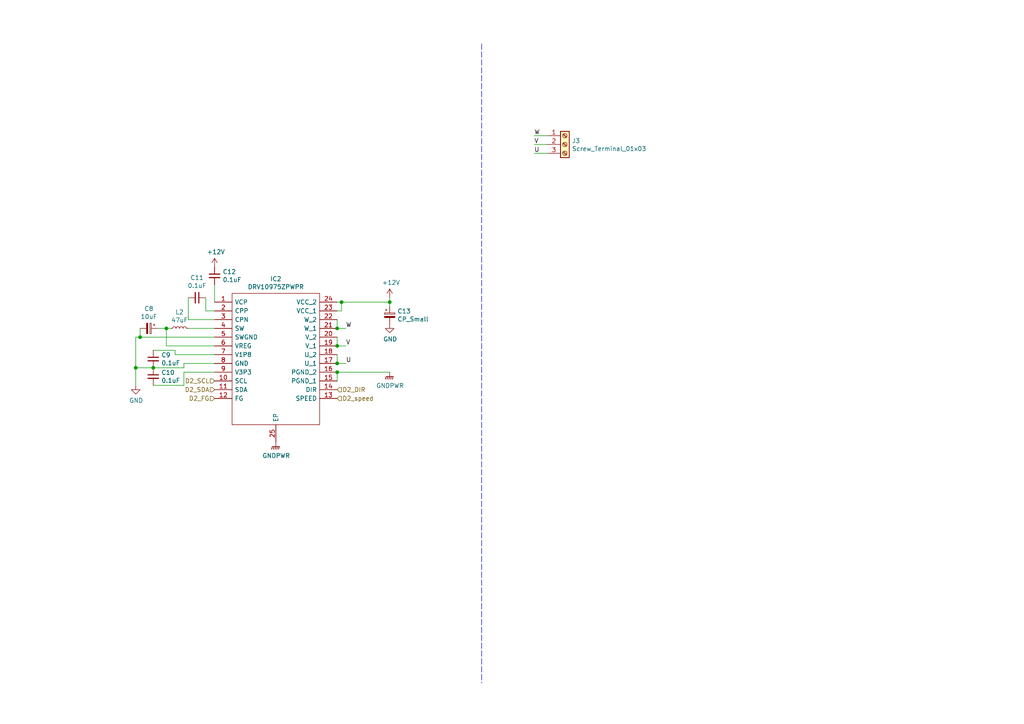
<source format=kicad_sch>
(kicad_sch (version 20211123) (generator eeschema)
  (paper "A4")
  (lib_symbols
    (symbol "Connector:Screw_Terminal_01x03" (pin_names (offset 1.016) hide)
      (property "Reference" "J" (at 0 5.08 0))
      (property "Value" "Screw_Terminal_01x03" (at 0 -5.08 0))
      (symbol "Screw_Terminal_01x03_1_1"
        (rectangle (start -1.27 3.81) (end 1.27 -3.81) (stroke (width 0.254)) (fill (type background)))
        (circle (center 0 -2.54) (radius 0.635) (stroke (width 0.1524)))
        (polyline (pts (xy -0.5334 -2.2098) (xy 0.3302 -3.048)) (stroke (width 0.1524)))
        (polyline (pts (xy -0.5334 0.3302) (xy 0.3302 -0.508)) (stroke (width 0.1524)))
        (polyline (pts (xy -0.5334 2.8702) (xy 0.3302 2.032)) (stroke (width 0.1524)))
        (polyline (pts (xy -0.3556 -2.032) (xy 0.508 -2.8702)) (stroke (width 0.1524)))
        (polyline (pts (xy -0.3556 0.508) (xy 0.508 -0.3302)) (stroke (width 0.1524)))
        (polyline (pts (xy -0.3556 3.048) (xy 0.508 2.2098)) (stroke (width 0.1524)))
        (circle (center 0 0) (radius 0.635) (stroke (width 0.1524)))
        (circle (center 0 2.54) (radius 0.635) (stroke (width 0.1524)))
        (pin passive line (at -5.08 2.54 0) (length 3.81) (name "Pin_1") (number "1"))
        (pin passive line (at -5.08 0 0) (length 3.81) (name "Pin_2") (number "2"))
        (pin passive line (at -5.08 -2.54 0) (length 3.81) (name "Pin_3") (number "3"))
      )
    )
    (symbol "Device:CP_Small" (pin_numbers hide) (pin_names (offset 0.254) hide)
      (property "Reference" "C" (at 0.254 1.778 0))
      (property "Value" "Device_CP_Small" (at 0.254 -2.032 0))
      (symbol "CP_Small_0_1"
        (rectangle (start -1.524 -0.3048) (end 1.524 -0.6858) (fill (type outline)))
        (rectangle (start -1.524 0.6858) (end 1.524 0.3048))
        (polyline (pts (xy -1.27 1.524) (xy -0.762 1.524)))
        (polyline (pts (xy -1.016 1.27) (xy -1.016 1.778)))
      )
      (symbol "CP_Small_1_1"
        (pin passive line (at 0 2.54 270) (length 1.8542) (name "~") (number "1"))
        (pin passive line (at 0 -2.54 90) (length 1.8542) (name "~") (number "2"))
      )
    )
    (symbol "Device:C_Small" (pin_numbers hide) (pin_names (offset 0.254) hide)
      (property "Reference" "C" (at 0.254 1.778 0))
      (property "Value" "C_Small" (at 0.254 -2.032 0))
      (symbol "C_Small_0_1"
        (polyline (pts (xy -1.524 -0.508) (xy 1.524 -0.508)) (stroke (width 0.3302)))
        (polyline (pts (xy -1.524 0.508) (xy 1.524 0.508)) (stroke (width 0.3048)))
      )
      (symbol "C_Small_1_1"
        (pin passive line (at 0 2.54 270) (length 2.032) (name "~") (number "1"))
        (pin passive line (at 0 -2.54 90) (length 2.032) (name "~") (number "2"))
      )
    )
    (symbol "Device:L_Small" (pin_numbers hide) (pin_names (offset 0.254) hide)
      (property "Reference" "L" (at 0.762 1.016 0))
      (property "Value" "L_Small" (at 0.762 -1.016 0))
      (symbol "L_Small_0_1"
        (arc (start 0 -2.032) (mid 0.508 -1.524) (end 0 -1.016))
        (arc (start 0 -1.016) (mid 0.508 -0.508) (end 0 0))
        (arc (start 0 0) (mid 0.508 0.508) (end 0 1.016))
        (arc (start 0 1.016) (mid 0.508 1.524) (end 0 2.032))
      )
      (symbol "L_Small_1_1"
        (pin passive line (at 0 2.54 270) (length 0.508) (name "~") (number "1"))
        (pin passive line (at 0 -2.54 90) (length 0.508) (name "~") (number "2"))
      )
    )
    (symbol "SamacSys_Parts:DRV10975ZPWPR" (pin_names (offset 0.762))
      (property "Reference" "IC" (at 31.75 7.62 0))
      (property "Value" "SamacSys_Parts_DRV10975ZPWPR" (at 31.75 5.08 0))
      (symbol "DRV10975ZPWPR_0_0"
        (pin passive line (at 0 0 0) (length 5.08) (name "VCP") (number "1"))
        (pin passive line (at 0 -22.86 0) (length 5.08) (name "SCL") (number "10"))
        (pin passive line (at 0 -25.4 0) (length 5.08) (name "SDA") (number "11"))
        (pin passive line (at 0 -27.94 0) (length 5.08) (name "FG") (number "12"))
        (pin passive line (at 35.56 -27.94 180) (length 5.08) (name "SPEED") (number "13"))
        (pin passive line (at 35.56 -25.4 180) (length 5.08) (name "DIR") (number "14"))
        (pin passive line (at 35.56 -22.86 180) (length 5.08) (name "PGND_1") (number "15"))
        (pin passive line (at 35.56 -20.32 180) (length 5.08) (name "PGND_2") (number "16"))
        (pin passive line (at 35.56 -17.78 180) (length 5.08) (name "U_1") (number "17"))
        (pin passive line (at 35.56 -15.24 180) (length 5.08) (name "U_2") (number "18"))
        (pin passive line (at 35.56 -12.7 180) (length 5.08) (name "V_1") (number "19"))
        (pin passive line (at 0 -2.54 0) (length 5.08) (name "CPP") (number "2"))
        (pin passive line (at 35.56 -10.16 180) (length 5.08) (name "V_2") (number "20"))
        (pin passive line (at 35.56 -7.62 180) (length 5.08) (name "W_1") (number "21"))
        (pin passive line (at 35.56 -5.08 180) (length 5.08) (name "W_2") (number "22"))
        (pin passive line (at 35.56 -2.54 180) (length 5.08) (name "VCC_1") (number "23"))
        (pin passive line (at 35.56 0 180) (length 5.08) (name "VCC_2") (number "24"))
        (pin passive line (at 17.78 -40.64 90) (length 5.08) (name "EP") (number "25"))
        (pin passive line (at 0 -5.08 0) (length 5.08) (name "CPN") (number "3"))
        (pin passive line (at 0 -7.62 0) (length 5.08) (name "SW") (number "4"))
        (pin passive line (at 0 -10.16 0) (length 5.08) (name "SWGND") (number "5"))
        (pin passive line (at 0 -12.7 0) (length 5.08) (name "VREG") (number "6"))
        (pin passive line (at 0 -15.24 0) (length 5.08) (name "V1P8") (number "7"))
        (pin passive line (at 0 -17.78 0) (length 5.08) (name "GND") (number "8"))
        (pin passive line (at 0 -20.32 0) (length 5.08) (name "V3P3") (number "9"))
      )
      (symbol "DRV10975ZPWPR_0_1"
        (polyline (pts (xy 5.08 2.54) (xy 30.48 2.54) (xy 30.48 -35.56) (xy 5.08 -35.56) (xy 5.08 2.54)) (stroke (width 0.1524)))
      )
    )
    (symbol "power:+12V" (power) (pin_names (offset 0))
      (property "Value" "+12V" (at 0 3.556 0))
      (symbol "+12V_0_1"
        (polyline (pts (xy -0.762 1.27) (xy 0 2.54)))
        (polyline (pts (xy 0 0) (xy 0 2.54)))
        (polyline (pts (xy 0 2.54) (xy 0.762 1.27)))
      )
      (symbol "+12V_1_1"
        (pin power_in line (at 0 0 90) (length 0) hide (name "+12V") (number "1"))
      )
    )
    (symbol "power:GND" (power) (pin_names (offset 0))
      (property "Value" "GND" (at 0 -3.81 0))
      (symbol "GND_0_1"
        (polyline (pts (xy 0 0) (xy 0 -1.27) (xy 1.27 -1.27) (xy 0 -2.54) (xy -1.27 -1.27) (xy 0 -1.27)))
      )
      (symbol "GND_1_1"
        (pin power_in line (at 0 0 270) (length 0) hide (name "GND") (number "1"))
      )
    )
    (symbol "power:GNDPWR" (power) (pin_names (offset 0))
      (property "Value" "GNDPWR" (at 0 -3.302 0))
      (symbol "GNDPWR_0_1"
        (polyline (pts (xy 0 -1.27) (xy 0 0)))
        (polyline (pts (xy -1.016 -1.27) (xy -1.27 -2.032) (xy -1.27 -2.032)) (stroke (width 0.2032)))
        (polyline (pts (xy -0.508 -1.27) (xy -0.762 -2.032) (xy -0.762 -2.032)) (stroke (width 0.2032)))
        (polyline (pts (xy 0 -1.27) (xy -0.254 -2.032) (xy -0.254 -2.032)) (stroke (width 0.2032)))
        (polyline (pts (xy 0.508 -1.27) (xy 0.254 -2.032) (xy 0.254 -2.032)) (stroke (width 0.2032)))
        (polyline (pts (xy 1.016 -1.27) (xy -1.016 -1.27) (xy -1.016 -1.27)) (stroke (width 0.2032)))
        (polyline (pts (xy 1.016 -1.27) (xy 0.762 -2.032) (xy 0.762 -2.032) (xy 0.762 -2.032)) (stroke (width 0.2032)))
      )
      (symbol "GNDPWR_1_1"
        (pin power_in line (at 0 0 270) (length 0) hide (name "GNDPWR") (number "1"))
      )
    )
  )
  (junction (at 97.79 107.95))
  (junction (at 97.79 105.41))
  (junction (at 40.64 97.79))
  (junction (at 113.03 87.63))
  (junction (at 39.37 106.68))
  (junction (at 99.06 87.63))
  (junction (at 97.79 95.25))
  (junction (at 97.79 100.33))
  (junction (at 44.45 106.68))
  (junction (at 48.26 95.25))
  (wire (pts (xy 53.34 111.76) (xy 44.45 111.76)))
  (wire (pts (xy 44.45 106.68) (xy 53.34 106.68)))
  (wire (pts (xy 54.61 92.71) (xy 62.23 92.71)))
  (wire (pts (xy 48.26 95.25) (xy 48.26 100.33)))
  (wire (pts (xy 53.34 106.68) (xy 53.34 105.41)))
  (wire (pts (xy 97.79 87.63) (xy 99.06 87.63)))
  (wire (pts (xy 59.69 86.36) (xy 59.69 90.17)))
  (wire (pts (xy 100.33 105.41) (xy 97.79 105.41)))
  (wire (pts (xy 97.79 97.79) (xy 97.79 100.33)))
  (wire (pts (xy 154.94 41.91) (xy 158.75 41.91)))
  (wire (pts (xy 54.61 86.36) (xy 54.61 92.71)))
  (wire (pts (xy 50.8 101.6) (xy 44.45 101.6)))
  (wire (pts (xy 97.79 92.71) (xy 97.79 95.25)))
  (wire (pts (xy 53.34 107.95) (xy 62.23 107.95)))
  (wire (pts (xy 39.37 106.68) (xy 39.37 111.76)))
  (wire (pts (xy 39.37 97.79) (xy 39.37 106.68)))
  (wire (pts (xy 113.03 87.63) (xy 113.03 88.9)))
  (wire (pts (xy 44.45 106.68) (xy 39.37 106.68)))
  (wire (pts (xy 54.61 95.25) (xy 62.23 95.25)))
  (wire (pts (xy 53.34 105.41) (xy 62.23 105.41)))
  (wire (pts (xy 113.03 86.36) (xy 113.03 87.63)))
  (wire (pts (xy 62.23 82.55) (xy 62.23 87.63)))
  (polyline (pts (xy 139.7 12.7) (xy 139.7 198.12)))
  (wire (pts (xy 45.72 95.25) (xy 48.26 95.25)))
  (wire (pts (xy 53.34 107.95) (xy 53.34 111.76)))
  (wire (pts (xy 154.94 44.45) (xy 158.75 44.45)))
  (wire (pts (xy 99.06 90.17) (xy 97.79 90.17)))
  (wire (pts (xy 48.26 100.33) (xy 62.23 100.33)))
  (wire (pts (xy 62.23 102.87) (xy 50.8 102.87)))
  (wire (pts (xy 97.79 102.87) (xy 97.79 105.41)))
  (wire (pts (xy 97.79 107.95) (xy 113.03 107.95)))
  (wire (pts (xy 99.06 87.63) (xy 99.06 90.17)))
  (wire (pts (xy 59.69 90.17) (xy 62.23 90.17)))
  (wire (pts (xy 40.64 97.79) (xy 39.37 97.79)))
  (wire (pts (xy 62.23 97.79) (xy 40.64 97.79)))
  (wire (pts (xy 50.8 102.87) (xy 50.8 101.6)))
  (wire (pts (xy 100.33 95.25) (xy 97.79 95.25)))
  (wire (pts (xy 99.06 87.63) (xy 113.03 87.63)))
  (wire (pts (xy 40.64 97.79) (xy 40.64 95.25)))
  (wire (pts (xy 97.79 110.49) (xy 97.79 107.95)))
  (wire (pts (xy 100.33 100.33) (xy 97.79 100.33)))
  (wire (pts (xy 154.94 39.37) (xy 158.75 39.37)))
  (wire (pts (xy 48.26 95.25) (xy 49.53 95.25)))
  (label "W" (at 154.94 39.37 0))
  (label "U" (at 154.94 44.45 0))
  (label "W" (at 100.33 95.25 0))
  (label "V" (at 100.33 100.33 0))
  (label "V" (at 154.94 41.91 0))
  (label "U" (at 100.33 105.41 0))
  (hierarchical_label "D2_speed" (shape input) (at 97.79 115.57 0))
  (hierarchical_label "D2_SCL" (shape input) (at 62.23 110.49 180))
  (hierarchical_label "D2_DIR" (shape input) (at 97.79 113.03 0))
  (hierarchical_label "D2_SDA" (shape input) (at 62.23 113.03 180))
  (hierarchical_label "D2_FG" (shape input) (at 62.23 115.57 180))
  (symbol (lib_id "SamacSys_Parts:DRV10975ZPWPR") (at 62.23 87.63 0) (unit 1)
    (property "Reference" "IC2" (at 80.01 80.899 0))
    (property "Value" "DRV10975ZPWPR" (at 80.01 83.2104 0))
    (property "Footprint" "SamacSys_Parts:SOP65P640X120-25N" (effects hide))
    (property "Datasheet" "http://www.ti.com/lit/gpn/drv10975" (effects hide))
    (property "Description" "12-V, 3-Phase, Sensorless BLDC Motor Controller" (effects hide))
    (property "Height" "1.2" (effects hide))
    (property "Manufacturer_Name" "Texas Instruments" (effects hide))
    (property "Manufacturer_Part_Number" "DRV10975ZPWPR" (effects hide))
    (property "Mouser Part Number" "595-DRV10975ZPWPR" (effects hide))
    (property "Mouser Price/Stock" "https://www.mouser.co.uk/ProductDetail/Texas-Instruments/DRV10975ZPWPR?qs=OfeFRKQgECjndtjc01v%2Fzg%3D%3D" (effects hide))
    (property "Arrow Part Number" "DRV10975ZPWPR" (effects hide))
    (property "Arrow Price/Stock" "https://www.arrow.com/en/products/drv10975zpwpr/texas-instruments?region=nac" (effects hide))
  )
  (symbol (lib_id "Device:CP_Small") (at 113.03 91.44 0) (unit 1)
    (property "Reference" "C13" (at 115.2652 90.2716 0) (effects (justify left)))
    (property "Value" "CP_Small" (at 115.2652 92.583 0) (effects (justify left)))
  )
  (symbol (lib_id "power:+12V") (at 113.03 86.36 0) (unit 1)
    (property "Reference" "#PWR017" (effects hide))
    (property "Value" "+12V" (at 113.411 81.9658 0))
  )
  (symbol (lib_id "Device:L_Small") (at 52.07 95.25 90) (unit 1)
    (property "Reference" "L2" (at 52.07 90.551 90))
    (property "Value" "47uF" (at 52.07 92.8624 90))
  )
  (symbol (lib_id "power:GNDPWR") (at 80.01 128.27 0) (unit 1)
    (property "Reference" "#PWR016" (effects hide))
    (property "Value" "GNDPWR" (at 80.1116 132.1816 0))
  )
  (symbol (lib_id "Device:CP_Small") (at 43.18 95.25 270) (unit 1)
    (property "Reference" "C8" (at 43.18 89.535 90))
    (property "Value" "10uF" (at 43.18 91.8464 90))
  )
  (symbol (lib_id "Device:C_Small") (at 57.15 86.36 270) (unit 1)
    (property "Reference" "C11" (at 57.15 80.5434 90))
    (property "Value" "0.1uF" (at 57.15 82.8548 90))
  )
  (symbol (lib_id "Device:C_Small") (at 62.23 80.01 0) (unit 1)
    (property "Reference" "C12" (at 64.5668 78.8416 0) (effects (justify left)))
    (property "Value" "0.1uF" (at 64.5668 81.153 0) (effects (justify left)))
  )
  (symbol (lib_id "power:+12V") (at 62.23 77.47 0) (unit 1)
    (property "Reference" "#PWR015" (effects hide))
    (property "Value" "+12V" (at 62.611 73.0758 0))
  )
  (symbol (lib_id "power:GNDPWR") (at 113.03 107.95 0) (unit 1)
    (property "Reference" "#PWR019" (effects hide))
    (property "Value" "GNDPWR" (at 113.1316 111.8616 0))
  )
  (symbol (lib_id "power:GND") (at 113.03 93.98 0) (unit 1)
    (property "Reference" "#PWR018" (effects hide))
    (property "Value" "GND" (at 113.157 98.3742 0))
  )
  (symbol (lib_id "power:GND") (at 39.37 111.76 0) (unit 1)
    (property "Reference" "#PWR014" (effects hide))
    (property "Value" "GND" (at 39.497 116.1542 0))
  )
  (symbol (lib_id "Device:C_Small") (at 44.45 104.14 0) (unit 1)
    (property "Reference" "C9" (at 46.7868 102.9716 0) (effects (justify left)))
    (property "Value" "0.1uF" (at 46.7868 105.283 0) (effects (justify left)))
  )
  (symbol (lib_id "Device:C_Small") (at 44.45 109.22 0) (unit 1)
    (property "Reference" "C10" (at 46.7868 108.0516 0) (effects (justify left)))
    (property "Value" "0.1uF" (at 46.7868 110.363 0) (effects (justify left)))
  )
  (symbol (lib_id "Connector:Screw_Terminal_01x03") (at 163.83 41.91 0) (unit 1)
    (property "Reference" "J3" (at 165.862 40.8432 0) (effects (justify left)))
    (property "Value" "Screw_Terminal_01x03" (at 165.862 43.1546 0) (effects (justify left)))
    (property "Footprint" "TerminalBlock_4Ucon:TerminalBlock_4Ucon_1x03_P3.50mm_Horizontal" (effects hide))
  )
)
</source>
